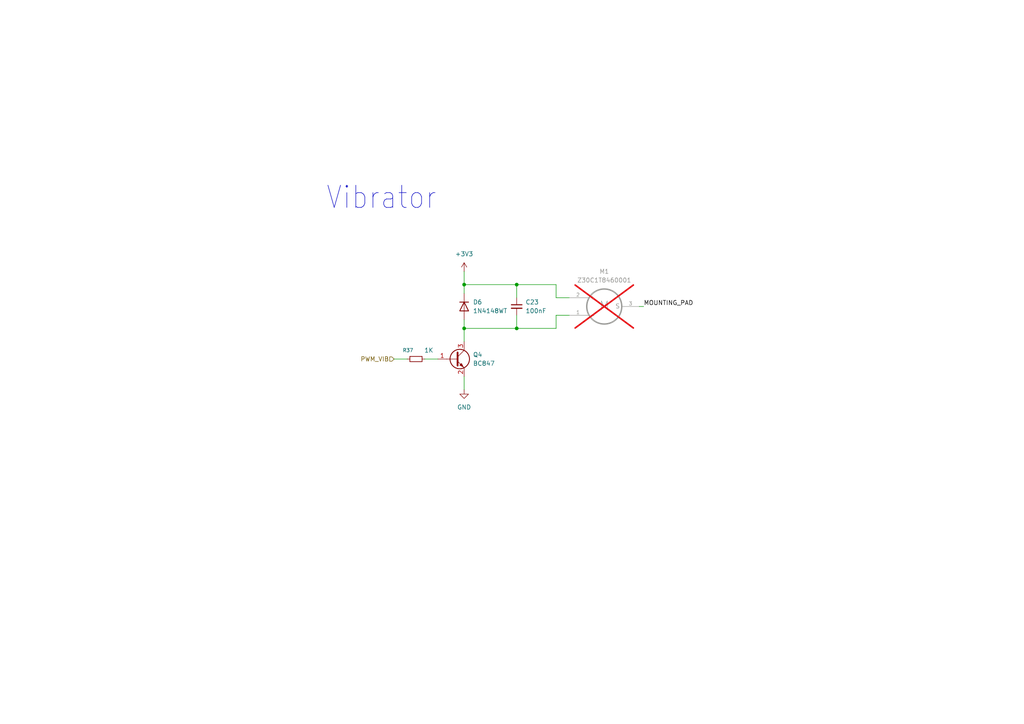
<source format=kicad_sch>
(kicad_sch (version 20250114) (generator "eeschema") (generator_version "9.0")
  (paper "A4")
  (lib_symbols
    (symbol "Device:C_Small" (pin_numbers (hide yes)) (pin_names (offset 0.254) (hide yes))
      (property "Reference" "C" (at 0.254 1.778 0))
      (property "Value" "C_Small" (at 0.254 -2.032 0))
      (symbol "C_Small_0_1"
        (polyline (pts (xy -1.524 0.508) (xy 1.524 0.508)) (stroke (width 0.3048)))
        (polyline (pts (xy -1.524 -0.508) (xy 1.524 -0.508)) (stroke (width 0.3302)))
      )
      (symbol "C_Small_1_1"
        (pin passive line (at 0 2.54 270) (length 2.032) (name "~") (number "1"))
        (pin passive line (at 0 -2.54 90) (length 2.032) (name "~") (number "2"))
      )
    )
    (symbol "Device:R_Small" (pin_numbers (hide yes)) (pin_names (offset 0.254) (hide yes))
      (property "Reference" "R" (at 0 0 90))
      (property "Value" "R_Small" (at 1.778 0 90))
      (symbol "R_Small_0_1"
        (rectangle (start -0.762 1.778) (end 0.762 -1.778) (stroke (width 0.2032)))
      )
      (symbol "R_Small_1_1"
        (pin passive line (at 0 2.54 270) (length 0.762) (name "~") (number "1"))
        (pin passive line (at 0 -2.54 90) (length 0.762) (name "~") (number "2"))
      )
    )
    (symbol "Diode:1N4148WT" (pin_numbers (hide yes)) (pin_names (hide yes))
      (property "Reference" "D" (at 0 2.54 0))
      (property "Value" "1N4148WT" (at 0 -2.54 0))
      (symbol "1N4148WT_0_1"
        (polyline (pts (xy -1.27 1.27) (xy -1.27 -1.27)) (stroke (width 0.254)))
        (polyline (pts (xy 1.27 1.27) (xy 1.27 -1.27) (xy -1.27 0) (xy 1.27 1.27)) (stroke (width 0.254)))
        (polyline (pts (xy 1.27 0) (xy -1.27 0)))
      )
      (symbol "1N4148WT_1_1"
        (pin passive line (at -3.81 0 0) (length 2.54) (name "K") (number "1"))
        (pin passive line (at 3.81 0 180) (length 2.54) (name "A") (number "2"))
      )
    )
    (symbol "Transistor_BJT:BC847" (pin_names (offset 0) (hide yes))
      (property "Reference" "Q" (at 5.08 1.905 0))
      (property "Value" "BC847" (at 5.08 0 0))
      (symbol "BC847_0_1"
        (polyline (pts (xy -2.54 0) (xy 0.635 0)))
        (polyline (pts (xy 0.635 1.905) (xy 0.635 -1.905)) (stroke (width 0.508)))
        (circle (center 1.27 0) (radius 2.8194) (stroke (width 0.254)))
      )
      (symbol "BC847_1_1"
        (polyline (pts (xy 0.635 0.635) (xy 2.54 2.54)))
        (polyline (pts (xy 0.635 -0.635) (xy 2.54 -2.54)))
        (polyline (pts (xy 1.27 -1.778) (xy 1.778 -1.27) (xy 2.286 -2.286) (xy 1.27 -1.778)) (fill (type outline)))
        (pin input line (at -5.08 0 0) (length 2.54) (name "B") (number "1"))
        (pin passive line (at 2.54 5.08 270) (length 2.54) (name "C") (number "3"))
        (pin passive line (at 2.54 -5.08 90) (length 2.54) (name "E") (number "2"))
      )
    )
    (symbol "Z30C1T8460001:Z30C1T8460001" (pin_names (offset 1.016))
      (property "Reference" "M" (at -4.5784 5.8502 0))
      (property "Value" "Z30C1T8460001" (at -4.831 -8.1364 0))
      (symbol "Z30C1T8460001_0_0"
        (polyline (pts (xy -5.08 2.54) (xy -4.318 2.54)) (stroke (width 0.1524)))
        (polyline (pts (xy -5.08 -2.54) (xy -4.318 -2.54)) (stroke (width 0.1524)))
        (circle (center 0 0) (radius 5.08) (stroke (width 0.4064)))
        (text "M" (at -1.525 -1.2709 0) (effects (font (size 2.5417 2.5417)) (justify left bottom)))
        (text "S" (at 3.1777 -0.6355 0) (effects (font (size 1.2711 1.2711)) (justify left bottom)))
        (pin passive line (at -10.16 2.54 0) (length 5.08) (name "+") (number "2"))
        (pin passive line (at -10.16 -2.54 0) (length 5.08) (name "-") (number "1"))
        (pin passive line (at 10.16 0 180) (length 5.08) (name "~") (number "3"))
      )
      (symbol "Z30C1T8460001_1_0"
        (pin passive line (at 10.16 0 180) (length 5.08) (hide yes) (name "~") (number "4"))
        (pin passive line (at 10.16 0 180) (length 5.08) (hide yes) (name "~") (number "5"))
        (pin passive line (at 10.16 0 180) (length 5.08) (hide yes) (name "~") (number "6"))
      )
    )
    (symbol "power:+3V3" (power) (pin_numbers (hide yes)) (pin_names (offset 0) (hide yes))
      (property "Value" "+3V3" (at 0 3.556 0))
      (symbol "+3V3_0_1"
        (polyline (pts (xy -0.762 1.27) (xy 0 2.54)))
        (polyline (pts (xy 0 2.54) (xy 0.762 1.27)))
        (polyline (pts (xy 0 0) (xy 0 2.54)))
      )
      (symbol "+3V3_1_1"
        (pin power_in line (at 0 0 90) (length 0) (name "~") (number "1"))
      )
    )
    (symbol "power:GND" (power) (pin_numbers (hide yes)) (pin_names (offset 0) (hide yes))
      (property "Value" "GND" (at 0 -3.81 0))
      (symbol "GND_0_1"
        (polyline (pts (xy 0 0) (xy 0 -1.27) (xy 1.27 -1.27) (xy 0 -2.54) (xy -1.27 -1.27) (xy 0 -1.27)))
      )
      (symbol "GND_1_1"
        (pin power_in line (at 0 0 270) (length 0) (name "~") (number "1"))
      )
    )
  )
  (text "Vibrator\n" (at 94.488 61.214 0) (effects (font (size 6.4516 5.4838)) (justify left bottom)))
  (junction (at 134.62 82.55))
  (junction (at 134.62 95.25))
  (junction (at 149.86 95.25))
  (junction (at 149.86 82.55))
  (wire (pts (xy 185.42 88.9) (xy 186.69 88.9)))
  (wire (pts (xy 123.19 104.14) (xy 127 104.14)))
  (wire (pts (xy 134.62 109.22) (xy 134.62 113.03)))
  (wire (pts (xy 134.62 78.74) (xy 134.62 82.55)))
  (wire (pts (xy 149.86 82.55) (xy 149.86 86.36)))
  (wire (pts (xy 149.86 82.55) (xy 161.29 82.55)))
  (wire (pts (xy 134.62 92.71) (xy 134.62 95.25)))
  (wire (pts (xy 134.62 99.06) (xy 134.62 95.25)))
  (wire (pts (xy 161.29 91.44) (xy 165.1 91.44)))
  (wire (pts (xy 134.62 95.25) (xy 149.86 95.25)))
  (wire (pts (xy 161.29 86.36) (xy 165.1 86.36)))
  (wire (pts (xy 161.29 82.55) (xy 161.29 86.36)))
  (wire (pts (xy 149.86 95.25) (xy 161.29 95.25)))
  (wire (pts (xy 161.29 91.44) (xy 161.29 95.25)))
  (wire (pts (xy 134.62 82.55) (xy 149.86 82.55)))
  (wire (pts (xy 114.3 104.14) (xy 118.11 104.14)))
  (wire (pts (xy 134.62 85.09) (xy 134.62 82.55)))
  (wire (pts (xy 149.86 91.44) (xy 149.86 95.25)))
  (label "MOUNTING_PAD" (at 186.69 88.9 0))
  (hierarchical_label "PWM_VIB" (shape input) (at 114.3 104.14 180))
  (symbol (lib_id "Diode:1N4148WT") (at 134.62 88.9 270) (unit 1)
    (property "Reference" "D6" (at 137.16 87.6299 90) (effects (justify left)))
    (property "Value" "1N4148WT" (at 137.16 90.1699 90) (effects (justify left)))
    (property "Footprint" "Diode_SMD:D_SOD-523" (effects (hide yes)))
    (property "Datasheet" "https://www.diodes.com/assets/Datasheets/ds30396.pdf" (effects (hide yes)))
    (property "Description" "75V 0.15A Fast switching Diode, SOD-523" (effects (hide yes)))
    (property "Sim.Device" "D" (effects (hide yes)))
    (property "Sim.Pins" "1=K 2=A" (effects (hide yes)))
    (property "LCSC" "C232841" (effects (hide yes)))
  )
  (symbol (lib_id "Device:R_Small") (at 120.65 104.14 90) (unit 1)
    (property "Reference" "R37" (at 119.888 101.6 90) (effects (font (size 1.016 1.016)) (justify left)))
    (property "Value" "1K" (at 125.73 101.6 90) (effects (justify left)))
    (property "Footprint" "Resistor_SMD:R_0402_1005Metric" (effects (hide yes)))
    (property "Description" "Resistor, small symbol" (effects (hide yes)))
    (property "LCSC" "C11702" (effects (hide yes)))
  )
  (symbol (lib_id "power:GND") (at 134.62 113.03 0) (unit 1)
    (property "Reference" "#PWR061" (effects (hide yes)))
    (property "Value" "GND" (at 134.62 118.11 0))
    (property "Description" "Power symbol creates a global label with name \"GND\" , ground" (effects (hide yes)))
  )
  (symbol (lib_id "Device:C_Small") (at 149.86 88.9 0) (unit 1)
    (property "Reference" "C23" (at 152.4 87.6362 0) (effects (justify left)))
    (property "Value" "100nF" (at 152.4 90.1762 0) (effects (justify left)))
    (property "Footprint" "Capacitor_SMD:C_0402_1005Metric" (effects (hide yes)))
    (property "Description" "Unpolarized capacitor, small symbol" (effects (hide yes)))
    (property "LCSC" "C307331" (effects (hide yes)))
  )
  (symbol (lib_id "Z30C1T8460001:Z30C1T8460001") (at 175.26 88.9 0) (unit 1) (dnp yes)
    (property "Reference" "M1" (at 175.26 78.74 0))
    (property "Value" "Z30C1T8460001" (at 175.26 81.28 0))
    (property "Footprint" "Z30C1T8460001:XDCR_Z30C1T8460001" (effects (hide yes)))
    (property "MF" "Jinlong Machinery" (effects (hide yes)))
    (property "Description_1" "- DC Motor Vibration, ERM 15000 RPM - - 2.7VDC" (effects (hide yes)))
    (property "Package" "None" (effects (hide yes)))
    (property "Price" "None" (effects (hide yes)))
    (property "Check_prices" "https://www.snapeda.com/parts/Z30C1T8460001/Jinlong+Machinery+%2526+Electronics/view-part/?ref=eda" (effects (hide yes)))
    (property "STANDARD" "Manufacturer Recommendations" (effects (hide yes)))
    (property "SnapEDA_Link" "https://www.snapeda.com/parts/Z30C1T8460001/Jinlong+Machinery+%2526+Electronics/view-part/?ref=snap" (effects (hide yes)))
    (property "MP" "Z30C1T8460001" (effects (hide yes)))
    (property "Availability" "Not in stock" (effects (hide yes)))
    (property "MANUFACTURER" "Jinlong Machinery & Electronics" (effects (hide yes)))
  )
  (symbol (lib_id "Transistor_BJT:BC847") (at 132.08 104.14 0) (unit 1)
    (property "Reference" "Q4" (at 137.16 102.8699 0) (effects (justify left)))
    (property "Value" "BC847" (at 137.16 105.4099 0) (effects (justify left)))
    (property "Footprint" "Package_TO_SOT_SMD:SOT-23" (effects (hide yes)))
    (property "Datasheet" "http://www.infineon.com/dgdl/Infineon-BC847SERIES_BC848SERIES_BC849SERIES_BC850SERIES-DS-v01_01-en.pdf?fileId=db3a304314dca389011541d4630a1657" (effects (hide yes)))
    (property "Description" "0.1A Ic, 45V Vce, NPN Transistor, SOT-23" (effects (hide yes)))
    (property "LCSC" "C2926209" (effects (hide yes)))
  )
  (symbol (lib_id "power:+3V3") (at 134.62 78.74 0) (unit 1)
    (property "Reference" "#PWR066" (effects (hide yes)))
    (property "Value" "+3V3" (at 134.62 73.66 0))
    (property "Description" "Power symbol creates a global label with name \"+3V3\"" (effects (hide yes)))
  )
)
</source>
